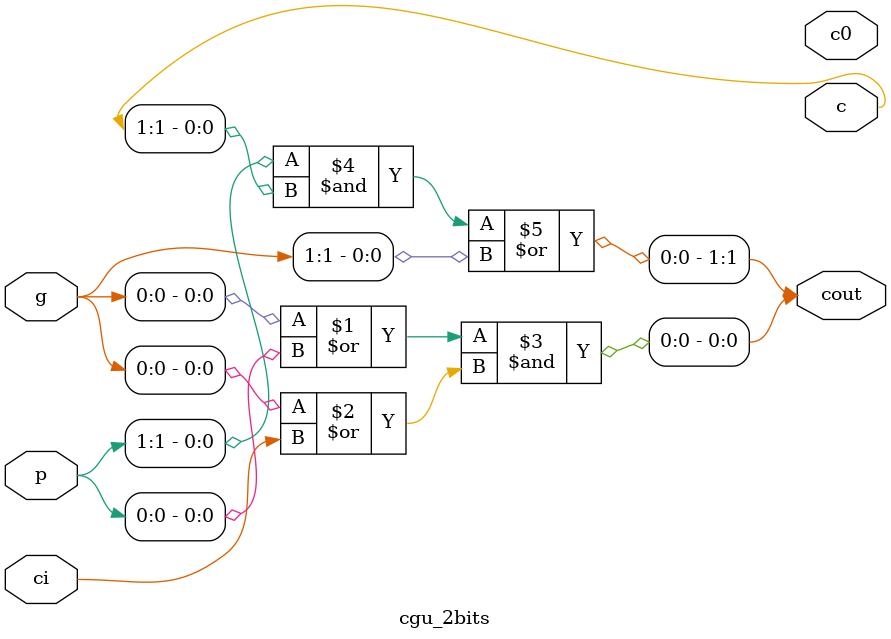
<source format=v>
module cgu_2bits (g, p, ci, c, c0, cout);

  input [1:0] g,p;
  input ci;
  output [1:0] cout, c0,c;

assign cout[0] = (g[0] | p[0]) & (g[0] | ci);
assign cout[1] = (p[1] & c[1]) | g[1];

endmodule


</source>
